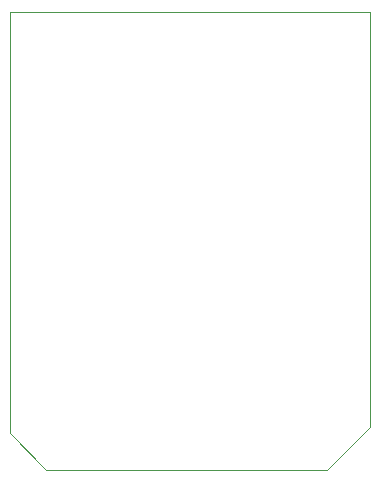
<source format=gko>
G04*
G04 #@! TF.GenerationSoftware,Altium Limited,Altium Designer,19.1.5 (86)*
G04*
G04 Layer_Color=16711935*
%FSLAX25Y25*%
%MOIN*%
G70*
G01*
G75*
%ADD31C,0.00394*%
D31*
X292913Y209055D02*
Y349606D01*
X412992D01*
Y211024D02*
Y349606D01*
X398819Y196850D02*
X412992Y211024D01*
X305118Y196850D02*
X398819D01*
X292913Y209055D02*
X305118Y196850D01*
M02*

</source>
